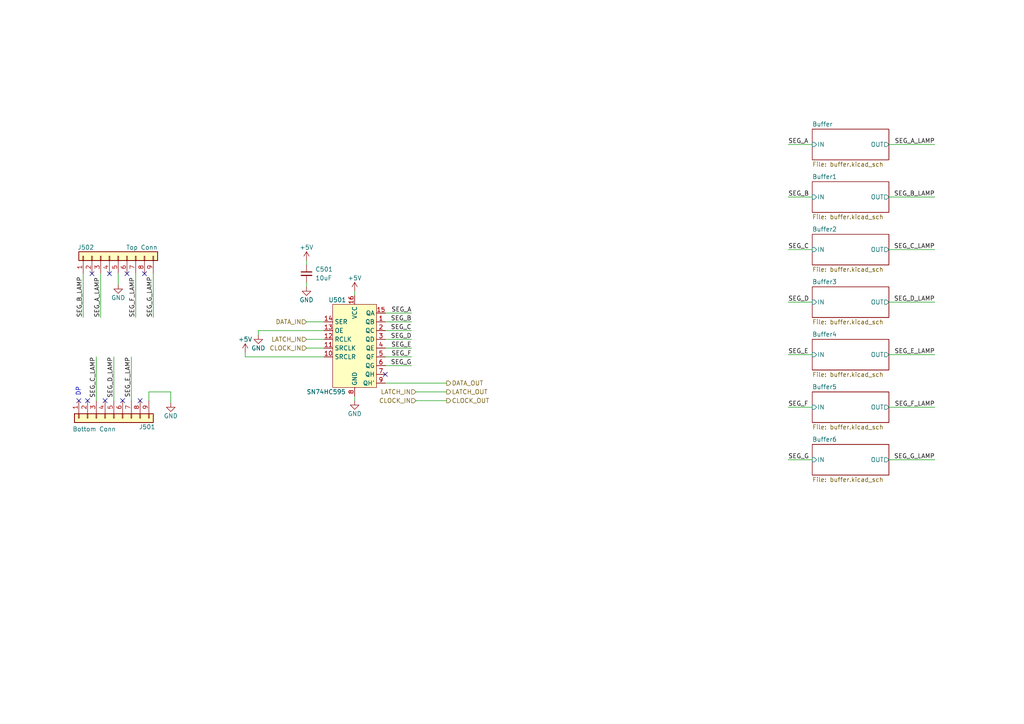
<source format=kicad_sch>
(kicad_sch (version 20211123) (generator eeschema)
  (paper "A4")
  (title_block (title "Days Without Incident Sign") (date "2022-06-24") (rev "v0.1-RC1") (company "FRC 1721"))
  (lib_symbols
    (symbol "Connector_Generic:Conn_01x09" (pin_names (offset 1.016) hide)
      (property "Reference" "J" (at 0 12.7 0))
      (property "Value" "Conn_01x09" (at 0 -12.7 0))
      (symbol "Conn_01x09_1_1"
        (rectangle (start -1.27 -10.033) (end 0 -10.287) (stroke (width 0.1524)))
        (rectangle (start -1.27 -7.493) (end 0 -7.747) (stroke (width 0.1524)))
        (rectangle (start -1.27 -4.953) (end 0 -5.207) (stroke (width 0.1524)))
        (rectangle (start -1.27 -2.413) (end 0 -2.667) (stroke (width 0.1524)))
        (rectangle (start -1.27 0.127) (end 0 -0.127) (stroke (width 0.1524)))
        (rectangle (start -1.27 2.667) (end 0 2.413) (stroke (width 0.1524)))
        (rectangle (start -1.27 5.207) (end 0 4.953) (stroke (width 0.1524)))
        (rectangle (start -1.27 7.747) (end 0 7.493) (stroke (width 0.1524)))
        (rectangle (start -1.27 10.287) (end 0 10.033) (stroke (width 0.1524)))
        (rectangle (start -1.27 11.43) (end 1.27 -11.43) (stroke (width 0.254)) (fill (type background)))
        (pin passive line (at -5.08 10.16 0) (length 3.81) (name "Pin_1") (number "1"))
        (pin passive line (at -5.08 7.62 0) (length 3.81) (name "Pin_2") (number "2"))
        (pin passive line (at -5.08 5.08 0) (length 3.81) (name "Pin_3") (number "3"))
        (pin passive line (at -5.08 2.54 0) (length 3.81) (name "Pin_4") (number "4"))
        (pin passive line (at -5.08 0 0) (length 3.81) (name "Pin_5") (number "5"))
        (pin passive line (at -5.08 -2.54 0) (length 3.81) (name "Pin_6") (number "6"))
        (pin passive line (at -5.08 -5.08 0) (length 3.81) (name "Pin_7") (number "7"))
        (pin passive line (at -5.08 -7.62 0) (length 3.81) (name "Pin_8") (number "8"))
        (pin passive line (at -5.08 -10.16 0) (length 3.81) (name "Pin_9") (number "9"))
      )
    )
    (symbol "Device:C_Small" (pin_numbers hide) (pin_names (offset 0.254) hide)
      (property "Reference" "C" (at 0.254 1.778 0))
      (property "Value" "C_Small" (at 0.254 -2.032 0))
      (symbol "C_Small_0_1"
        (polyline (pts (xy -1.524 -0.508) (xy 1.524 -0.508)) (stroke (width 0.3302)))
        (polyline (pts (xy -1.524 0.508) (xy 1.524 0.508)) (stroke (width 0.3048)))
      )
      (symbol "C_Small_1_1"
        (pin passive line (at 0 2.54 270) (length 2.032) (name "~") (number "1"))
        (pin passive line (at 0 -2.54 90) (length 2.032) (name "~") (number "2"))
      )
    )
    (symbol "KenwoodFox:SN74HC595"
      (property "Reference" "U" (at -6.35 8.89 0))
      (property "Value" "SN74HC595" (at 7.62 -17.78 0))
      (symbol "SN74HC595_0_1"
        (rectangle (start -6.35 7.62) (end 6.35 -16.51) (fill (type background)))
      )
      (symbol "SN74HC595_1_1"
        (pin output line (at 8.89 2.54 180) (length 2.54) (name "QB") (number "1"))
        (pin input line (at -8.89 -7.62 0) (length 2.54) (name "SRCLR") (number "10"))
        (pin input line (at -8.89 -5.08 0) (length 2.54) (name "SRCLK") (number "11"))
        (pin input line (at -8.89 -2.54 0) (length 2.54) (name "RCLK") (number "12"))
        (pin input line (at -8.89 0 0) (length 2.54) (name "OE") (number "13"))
        (pin input line (at -8.89 2.54 0) (length 2.54) (name "SER") (number "14"))
        (pin output line (at 8.89 5.08 180) (length 2.54) (name "QA") (number "15"))
        (pin power_in line (at 0 10.16 270) (length 2.54) (name "VCC") (number "16"))
        (pin output line (at 8.89 0 180) (length 2.54) (name "QC") (number "2"))
        (pin output line (at 8.89 -2.54 180) (length 2.54) (name "QD") (number "3"))
        (pin output line (at 8.89 -5.08 180) (length 2.54) (name "QE") (number "4"))
        (pin output line (at 8.89 -7.62 180) (length 2.54) (name "QF") (number "5"))
        (pin output line (at 8.89 -10.16 180) (length 2.54) (name "QG") (number "6"))
        (pin output line (at 8.89 -12.7 180) (length 2.54) (name "QH") (number "7"))
        (pin power_in line (at 0 -19.05 90) (length 2.54) (name "GND") (number "8"))
        (pin output line (at 8.89 -15.24 180) (length 2.54) (name "QH'") (number "9"))
      )
    )
    (symbol "power:+5V" (power) (pin_names (offset 0))
      (property "Value" "+5V" (at 0 3.556 0))
      (symbol "+5V_0_1"
        (polyline (pts (xy -0.762 1.27) (xy 0 2.54)))
        (polyline (pts (xy 0 0) (xy 0 2.54)))
        (polyline (pts (xy 0 2.54) (xy 0.762 1.27)))
      )
      (symbol "+5V_1_1"
        (pin power_in line (at 0 0 90) (length 0) hide (name "+5V") (number "1"))
      )
    )
    (symbol "power:GND" (power) (pin_names (offset 0))
      (property "Value" "GND" (at 0 -3.81 0))
      (symbol "GND_0_1"
        (polyline (pts (xy 0 0) (xy 0 -1.27) (xy 1.27 -1.27) (xy 0 -2.54) (xy -1.27 -1.27) (xy 0 -1.27)))
      )
      (symbol "GND_1_1"
        (pin power_in line (at 0 0 270) (length 0) hide (name "GND") (number "1"))
      )
    )
  )
  (no_connect (at 25.4 116.205))
  (no_connect (at 35.56 116.205))
  (no_connect (at 36.83 79.375))
  (no_connect (at 41.91 79.375))
  (no_connect (at 26.67 79.375))
  (no_connect (at 30.48 116.205))
  (no_connect (at 111.76 108.585))
  (no_connect (at 40.64 116.205))
  (no_connect (at 31.75 79.375))
  (no_connect (at 22.86 116.205))
  (wire (pts (xy 34.29 82.55) (xy 34.29 79.375)))
  (wire (pts (xy 44.45 92.075) (xy 44.45 79.375)))
  (wire (pts (xy 119.38 93.345) (xy 111.76 93.345)))
  (wire (pts (xy 228.6 87.63) (xy 235.585 87.63)))
  (wire (pts (xy 43.18 113.665) (xy 43.18 116.205)))
  (wire (pts (xy 228.6 133.35) (xy 235.585 133.35)))
  (wire (pts (xy 119.38 90.805) (xy 111.76 90.805)))
  (wire (pts (xy 119.38 98.425) (xy 111.76 98.425)))
  (wire (pts (xy 24.13 92.075) (xy 24.13 79.375)))
  (wire (pts (xy 88.9 75.565) (xy 88.9 76.835)))
  (wire (pts (xy 38.1 103.505) (xy 38.1 116.205)))
  (wire (pts (xy 102.87 84.455) (xy 102.87 85.725)))
  (wire (pts (xy 29.21 92.075) (xy 29.21 79.375)))
  (wire (pts (xy 119.38 100.965) (xy 111.76 100.965)))
  (wire (pts (xy 119.38 95.885) (xy 111.76 95.885)))
  (wire (pts (xy 33.02 103.505) (xy 33.02 116.205)))
  (wire (pts (xy 257.81 87.63) (xy 271.145 87.63)))
  (wire (pts (xy 102.87 114.935) (xy 102.87 116.205)))
  (wire (pts (xy 129.54 111.125) (xy 111.76 111.125)))
  (wire (pts (xy 228.6 118.11) (xy 235.585 118.11)))
  (wire (pts (xy 71.12 103.505) (xy 93.98 103.505)))
  (wire (pts (xy 119.38 103.505) (xy 111.76 103.505)))
  (wire (pts (xy 257.81 133.35) (xy 271.145 133.35)))
  (wire (pts (xy 257.81 102.87) (xy 271.145 102.87)))
  (wire (pts (xy 74.93 95.885) (xy 74.93 97.155)))
  (wire (pts (xy 49.53 113.665) (xy 49.53 116.84)))
  (wire (pts (xy 228.6 57.15) (xy 235.585 57.15)))
  (wire (pts (xy 88.9 93.345) (xy 93.98 93.345)))
  (wire (pts (xy 88.9 98.425) (xy 93.98 98.425)))
  (wire (pts (xy 257.81 41.91) (xy 271.145 41.91)))
  (wire (pts (xy 119.38 106.045) (xy 111.76 106.045)))
  (wire (pts (xy 257.81 57.15) (xy 271.145 57.15)))
  (wire (pts (xy 257.81 72.39) (xy 271.145 72.39)))
  (wire (pts (xy 257.81 118.11) (xy 271.145 118.11)))
  (wire (pts (xy 120.65 113.665) (xy 129.54 113.665)))
  (wire (pts (xy 71.12 102.235) (xy 71.12 103.505)))
  (wire (pts (xy 88.9 83.185) (xy 88.9 81.915)))
  (wire (pts (xy 228.6 72.39) (xy 235.585 72.39)))
  (wire (pts (xy 27.94 103.505) (xy 27.94 116.205)))
  (wire (pts (xy 88.9 100.965) (xy 93.98 100.965)))
  (wire (pts (xy 43.18 113.665) (xy 49.53 113.665)))
  (wire (pts (xy 39.37 92.075) (xy 39.37 79.375)))
  (wire (pts (xy 228.6 102.87) (xy 235.585 102.87)))
  (wire (pts (xy 228.6 41.91) (xy 235.585 41.91)))
  (wire (pts (xy 120.65 116.205) (xy 129.54 116.205)))
  (wire (pts (xy 93.98 95.885) (xy 74.93 95.885)))
  (text "DP" (at 23.495 114.935 90) (effects (font (size 1.27 1.27)) (justify left bottom)))
  (label "SEG_B" (at 228.6 57.15 0))
  (label "SEG_E_LAMP" (at 38.1 103.505 270))
  (label "SEG_A_LAMP" (at 271.145 41.91 180))
  (label "SEG_E_LAMP" (at 271.145 102.87 180))
  (label "SEG_F" (at 228.6 118.11 0))
  (label "SEG_B_LAMP" (at 24.13 92.075 90))
  (label "SEG_B" (at 119.38 93.345 180))
  (label "SEG_D_LAMP" (at 271.145 87.63 180))
  (label "SEG_C_LAMP" (at 27.94 103.505 270))
  (label "SEG_A_LAMP" (at 29.21 92.075 90))
  (label "SEG_C" (at 228.6 72.39 0))
  (label "SEG_C_LAMP" (at 271.145 72.39 180))
  (label "SEG_F" (at 119.38 103.505 180))
  (label "SEG_F_LAMP" (at 271.145 118.11 180))
  (label "SEG_D" (at 119.38 98.425 180))
  (label "SEG_E" (at 228.6 102.87 0))
  (label "SEG_G_LAMP" (at 271.145 133.35 180))
  (label "SEG_G" (at 228.6 133.35 0))
  (label "SEG_E" (at 119.38 100.965 180))
  (label "SEG_F_LAMP" (at 39.37 92.075 90))
  (label "SEG_D_LAMP" (at 33.02 103.505 270))
  (label "SEG_B_LAMP" (at 271.145 57.15 180))
  (label "SEG_G" (at 119.38 106.045 180))
  (label "SEG_A" (at 228.6 41.91 0))
  (label "SEG_G_LAMP" (at 44.45 92.075 90))
  (label "SEG_D" (at 228.6 87.63 0))
  (label "SEG_A" (at 119.38 90.805 180))
  (label "SEG_C" (at 119.38 95.885 180))
  (hierarchical_label "DATA_IN" (shape input) (at 88.9 93.345 180))
  (hierarchical_label "CLOCK_OUT" (shape output) (at 129.54 116.205 0))
  (hierarchical_label "CLOCK_IN" (shape input) (at 88.9 100.965 180))
  (hierarchical_label "DATA_OUT" (shape output) (at 129.54 111.125 0))
  (hierarchical_label "LATCH_IN" (shape input) (at 88.9 98.425 180))
  (hierarchical_label "LATCH_IN" (shape input) (at 120.65 113.665 180))
  (hierarchical_label "CLOCK_IN" (shape input) (at 120.65 116.205 180))
  (hierarchical_label "LATCH_OUT" (shape output) (at 129.54 113.665 0))
  (symbol (lib_id "Device:C_Small") (at 88.9 79.375 0) (unit 1)
    (property "Reference" "C501" (at 91.44 78.1112 0) (effects (justify left)))
    (property "Value" "10uF" (at 91.44 80.6512 0) (effects (justify left)))
    (property "Footprint" "Capacitor_SMD:C_0805_2012Metric" (effects hide))
  )
  (symbol (lib_id "Connector_Generic:Conn_01x09") (at 34.29 74.295 90) (unit 1)
    (property "Reference" "J502" (at 27.305 71.755 90) (effects (justify left)))
    (property "Value" "Top Conn" (at 45.72 71.755 90) (effects (justify left)))
    (property "Footprint" "Connector_PinSocket_2.54mm:PinSocket_1x09_P2.54mm_Vertical" (effects hide))
  )
  (symbol (lib_id "KenwoodFox:SN74HC595") (at 102.87 95.885 0) (unit 1)
    (property "Reference" "U501" (at 95.25 86.995 0) (effects (justify left)))
    (property "Value" "SN74HC595" (at 88.9 113.665 0) (effects (justify left)))
    (property "Footprint" "KenwoodFox:SN74HC595" (effects hide))
  )
  (symbol (lib_id "power:GND") (at 102.87 116.205 0) (unit 1)
    (property "Reference" "#PWR0508" (effects hide))
    (property "Value" "GND" (at 102.87 120.015 0))
  )
  (symbol (lib_id "power:GND") (at 88.9 83.185 0) (unit 1)
    (property "Reference" "#PWR0506" (effects hide))
    (property "Value" "GND" (at 88.9 86.995 0))
  )
  (symbol (lib_id "power:+5V") (at 71.12 102.235 0) (unit 1)
    (property "Reference" "#PWR0503" (effects hide))
    (property "Value" "+5V" (at 71.12 98.425 0))
  )
  (symbol (lib_id "power:GND") (at 74.93 97.155 0) (unit 1)
    (property "Reference" "#PWR0504" (effects hide))
    (property "Value" "GND" (at 74.93 100.965 0))
  )
  (symbol (lib_id "power:+5V") (at 102.87 84.455 0) (unit 1)
    (property "Reference" "#PWR0507" (effects hide))
    (property "Value" "+5V" (at 102.87 80.645 0))
  )
  (symbol (lib_id "Connector_Generic:Conn_01x09") (at 33.02 121.285 90) (mirror x) (unit 1)
    (property "Reference" "J501" (at 45.085 123.825 90) (effects (justify left)))
    (property "Value" "Bottom Conn" (at 33.655 124.46 90) (effects (justify left)))
    (property "Footprint" "Connector_PinSocket_2.54mm:PinSocket_1x09_P2.54mm_Vertical" (effects hide))
  )
  (symbol (lib_id "power:+5V") (at 88.9 75.565 0) (unit 1)
    (property "Reference" "#PWR0505" (effects hide))
    (property "Value" "+5V" (at 88.9 71.755 0))
  )
  (symbol (lib_id "power:GND") (at 34.29 82.55 0) (unit 1)
    (property "Reference" "#PWR0501" (effects hide))
    (property "Value" "GND" (at 34.29 86.36 0))
  )
  (symbol (lib_id "power:GND") (at 49.53 116.84 0) (unit 1)
    (property "Reference" "#PWR0502" (effects hide))
    (property "Value" "GND" (at 49.53 120.65 0))
  )
  (sheet (at 235.585 37.465) (size 22.225 8.89) (stroke (width 0.1524))
    (property "Sheet name" "Buffer" (at 235.585 36.7534 0) (effects (justify left bottom)))
    (property "Sheet file" "buffer.kicad_sch" (at 235.585 46.9396 0) (effects (justify left top)))
    (pin "OUT" output (at 257.81 41.91 0))
    (pin "IN" input (at 235.585 41.91 180))
  )
  (sheet (at 235.585 113.665) (size 22.225 8.89) (stroke (width 0.1524))
    (property "Sheet name" "Buffer5" (at 235.585 112.9534 0) (effects (justify left bottom)))
    (property "Sheet file" "buffer.kicad_sch" (at 235.585 123.1396 0) (effects (justify left top)))
    (pin "OUT" output (at 257.81 118.11 0))
    (pin "IN" input (at 235.585 118.11 180))
  )
  (sheet (at 235.585 128.905) (size 22.225 8.89) (stroke (width 0.1524))
    (property "Sheet name" "Buffer6" (at 235.585 128.1934 0) (effects (justify left bottom)))
    (property "Sheet file" "buffer.kicad_sch" (at 235.585 138.3796 0) (effects (justify left top)))
    (pin "OUT" output (at 257.81 133.35 0))
    (pin "IN" input (at 235.585 133.35 180))
  )
  (sheet (at 235.585 52.705) (size 22.225 8.89) (stroke (width 0.1524))
    (property "Sheet name" "Buffer1" (at 235.585 51.9934 0) (effects (justify left bottom)))
    (property "Sheet file" "buffer.kicad_sch" (at 235.585 62.1796 0) (effects (justify left top)))
    (pin "OUT" output (at 257.81 57.15 0))
    (pin "IN" input (at 235.585 57.15 180))
  )
  (sheet (at 235.585 67.945) (size 22.225 8.89) (stroke (width 0.1524))
    (property "Sheet name" "Buffer2" (at 235.585 67.2334 0) (effects (justify left bottom)))
    (property "Sheet file" "buffer.kicad_sch" (at 235.585 77.4196 0) (effects (justify left top)))
    (pin "OUT" output (at 257.81 72.39 0))
    (pin "IN" input (at 235.585 72.39 180))
  )
  (sheet (at 235.585 98.425) (size 22.225 8.89) (stroke (width 0.1524))
    (property "Sheet name" "Buffer4" (at 235.585 97.7134 0) (effects (justify left bottom)))
    (property "Sheet file" "buffer.kicad_sch" (at 235.585 107.8996 0) (effects (justify left top)))
    (pin "OUT" output (at 257.81 102.87 0))
    (pin "IN" input (at 235.585 102.87 180))
  )
  (sheet (at 235.585 83.185) (size 22.225 8.89) (stroke (width 0.1524))
    (property "Sheet name" "Buffer3" (at 235.585 82.4734 0) (effects (justify left bottom)))
    (property "Sheet file" "buffer.kicad_sch" (at 235.585 92.6596 0) (effects (justify left top)))
    (pin "OUT" output (at 257.81 87.63 0))
    (pin "IN" input (at 235.585 87.63 180))
  )
)
</source>
